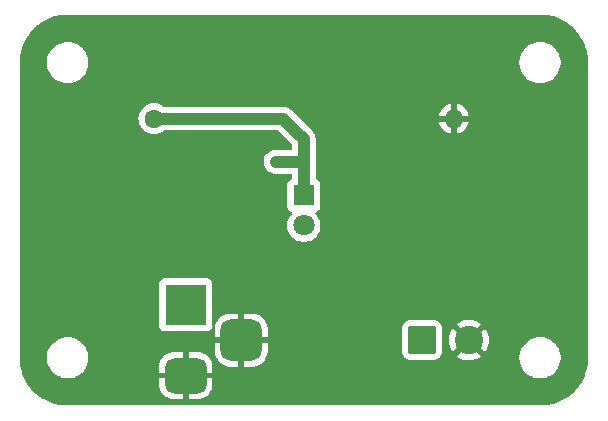
<source format=gbr>
%TF.GenerationSoftware,KiCad,Pcbnew,7.0.10*%
%TF.CreationDate,2024-03-02T17:11:43+01:00*%
%TF.ProjectId,explorer-light,6578706c-6f72-4657-922d-6c696768742e,rev?*%
%TF.SameCoordinates,Original*%
%TF.FileFunction,Copper,L2,Bot*%
%TF.FilePolarity,Positive*%
%FSLAX46Y46*%
G04 Gerber Fmt 4.6, Leading zero omitted, Abs format (unit mm)*
G04 Created by KiCad (PCBNEW 7.0.10) date 2024-03-02 17:11:43*
%MOMM*%
%LPD*%
G01*
G04 APERTURE LIST*
G04 Aperture macros list*
%AMRoundRect*
0 Rectangle with rounded corners*
0 $1 Rounding radius*
0 $2 $3 $4 $5 $6 $7 $8 $9 X,Y pos of 4 corners*
0 Add a 4 corners polygon primitive as box body*
4,1,4,$2,$3,$4,$5,$6,$7,$8,$9,$2,$3,0*
0 Add four circle primitives for the rounded corners*
1,1,$1+$1,$2,$3*
1,1,$1+$1,$4,$5*
1,1,$1+$1,$6,$7*
1,1,$1+$1,$8,$9*
0 Add four rect primitives between the rounded corners*
20,1,$1+$1,$2,$3,$4,$5,0*
20,1,$1+$1,$4,$5,$6,$7,0*
20,1,$1+$1,$6,$7,$8,$9,0*
20,1,$1+$1,$8,$9,$2,$3,0*%
G04 Aperture macros list end*
%TA.AperFunction,ComponentPad*%
%ADD10R,3.500000X3.500000*%
%TD*%
%TA.AperFunction,ComponentPad*%
%ADD11RoundRect,0.750000X1.000000X-0.750000X1.000000X0.750000X-1.000000X0.750000X-1.000000X-0.750000X0*%
%TD*%
%TA.AperFunction,ComponentPad*%
%ADD12RoundRect,0.875000X0.875000X-0.875000X0.875000X0.875000X-0.875000X0.875000X-0.875000X-0.875000X0*%
%TD*%
%TA.AperFunction,ComponentPad*%
%ADD13RoundRect,0.250001X-0.949999X-0.949999X0.949999X-0.949999X0.949999X0.949999X-0.949999X0.949999X0*%
%TD*%
%TA.AperFunction,ComponentPad*%
%ADD14C,2.400000*%
%TD*%
%TA.AperFunction,ComponentPad*%
%ADD15R,1.800000X1.800000*%
%TD*%
%TA.AperFunction,ComponentPad*%
%ADD16C,1.800000*%
%TD*%
%TA.AperFunction,ComponentPad*%
%ADD17C,1.600000*%
%TD*%
%TA.AperFunction,ComponentPad*%
%ADD18O,1.600000X1.600000*%
%TD*%
%TA.AperFunction,ViaPad*%
%ADD19C,0.800000*%
%TD*%
%TA.AperFunction,Conductor*%
%ADD20C,1.000000*%
%TD*%
G04 APERTURE END LIST*
D10*
%TO.P,J2,1,Pin_1*%
%TO.N,VCC*%
X103014800Y-75116800D03*
D11*
%TO.P,J2,2,Pin_2*%
%TO.N,GND*%
X103014800Y-81116800D03*
D12*
%TO.P,J2,3,Pin_3*%
X107714800Y-78116800D03*
%TD*%
D13*
%TO.P,J1,1,Pin_1*%
%TO.N,VCC*%
X123014800Y-78116800D03*
D14*
%TO.P,J1,2,Pin_2*%
%TO.N,GND*%
X126974800Y-78116800D03*
%TD*%
D15*
%TO.P,D2,1,K*%
%TO.N,Net-(D1-K)*%
X113014800Y-65866800D03*
D16*
%TO.P,D2,2,A*%
%TO.N,VCC*%
X113014800Y-68406800D03*
%TD*%
D17*
%TO.P,R1,1*%
%TO.N,Net-(D1-K)*%
X100314800Y-59366800D03*
D18*
%TO.P,R1,2*%
%TO.N,GND*%
X125714800Y-59366800D03*
%TD*%
D19*
%TO.N,Net-(D1-K)*%
X110614800Y-63016800D03*
%TD*%
D20*
%TO.N,Net-(D1-K)*%
X113014800Y-61116800D02*
X112389800Y-60491800D01*
X110614800Y-63016800D02*
X113014800Y-63016800D01*
X111264800Y-59366800D02*
X100314800Y-59366800D01*
X113014800Y-65866800D02*
X113014800Y-63016800D01*
X112389800Y-60491800D02*
X111264800Y-59366800D01*
X113014800Y-63016800D02*
X113014800Y-61116800D01*
%TD*%
%TA.AperFunction,Conductor*%
%TO.N,GND*%
G36*
X133721715Y-50618142D02*
G01*
X133774176Y-50625924D01*
X133784371Y-50627876D01*
X133967788Y-50671015D01*
X133969443Y-50671416D01*
X134150698Y-50716818D01*
X134159972Y-50719529D01*
X134339809Y-50779804D01*
X134341933Y-50780540D01*
X134516882Y-50843139D01*
X134525115Y-50846424D01*
X134699099Y-50923246D01*
X134701900Y-50924526D01*
X134869283Y-51003692D01*
X134876593Y-51007452D01*
X135043003Y-51100142D01*
X135046347Y-51102074D01*
X135204826Y-51197062D01*
X135211092Y-51201081D01*
X135368442Y-51308868D01*
X135372219Y-51311562D01*
X135520393Y-51421457D01*
X135525743Y-51425656D01*
X135672504Y-51547524D01*
X135676560Y-51551044D01*
X135813206Y-51674892D01*
X135817614Y-51679089D01*
X135952509Y-51813984D01*
X135956706Y-51818392D01*
X136080554Y-51955038D01*
X136084074Y-51959094D01*
X136205942Y-52105855D01*
X136210141Y-52111205D01*
X136320036Y-52259379D01*
X136322739Y-52263169D01*
X136430500Y-52420480D01*
X136434547Y-52426790D01*
X136529500Y-52585210D01*
X136531470Y-52588619D01*
X136624143Y-52754999D01*
X136627909Y-52762321D01*
X136707050Y-52929650D01*
X136708384Y-52932571D01*
X136785163Y-53106456D01*
X136788473Y-53114751D01*
X136851015Y-53289543D01*
X136851836Y-53291912D01*
X136912068Y-53471623D01*
X136914780Y-53480900D01*
X136960172Y-53662117D01*
X136960594Y-53663856D01*
X137003723Y-53847229D01*
X137005675Y-53857424D01*
X137033485Y-54044903D01*
X137033639Y-54045975D01*
X137034533Y-54052387D01*
X137035719Y-54068758D01*
X137078298Y-61093970D01*
X137078300Y-61094722D01*
X137078300Y-79613927D01*
X137078168Y-79619654D01*
X137070328Y-79789229D01*
X137070311Y-79789586D01*
X137060335Y-79992659D01*
X137059295Y-80003707D01*
X137033628Y-80187697D01*
X137033475Y-80188760D01*
X137005674Y-80376176D01*
X137003722Y-80386370D01*
X136960598Y-80569726D01*
X136960176Y-80571466D01*
X136914780Y-80752698D01*
X136912068Y-80761975D01*
X136851836Y-80941686D01*
X136851015Y-80944055D01*
X136788473Y-81118847D01*
X136785156Y-81127159D01*
X136708389Y-81301018D01*
X136707050Y-81303948D01*
X136627909Y-81471277D01*
X136624143Y-81478599D01*
X136531470Y-81644979D01*
X136529500Y-81648388D01*
X136434559Y-81806789D01*
X136430500Y-81813118D01*
X136322739Y-81970429D01*
X136320036Y-81974219D01*
X136210141Y-82122393D01*
X136205942Y-82127743D01*
X136084074Y-82274504D01*
X136080554Y-82278560D01*
X135956706Y-82415206D01*
X135952509Y-82419614D01*
X135817614Y-82554509D01*
X135813206Y-82558706D01*
X135676560Y-82682554D01*
X135672504Y-82686074D01*
X135525743Y-82807942D01*
X135520393Y-82812141D01*
X135372219Y-82922036D01*
X135368429Y-82924739D01*
X135211118Y-83032500D01*
X135204789Y-83036559D01*
X135046388Y-83131500D01*
X135042979Y-83133470D01*
X134876599Y-83226143D01*
X134869277Y-83229909D01*
X134701948Y-83309050D01*
X134699018Y-83310389D01*
X134525159Y-83387156D01*
X134516847Y-83390473D01*
X134342055Y-83453015D01*
X134339686Y-83453836D01*
X134159975Y-83514068D01*
X134150698Y-83516780D01*
X133969466Y-83562176D01*
X133967727Y-83562598D01*
X133784373Y-83605722D01*
X133774181Y-83607673D01*
X133721715Y-83615457D01*
X133703517Y-83616800D01*
X92326082Y-83616800D01*
X92307884Y-83615457D01*
X92255419Y-83607673D01*
X92245228Y-83605722D01*
X92061872Y-83562598D01*
X92060132Y-83562176D01*
X91878900Y-83516780D01*
X91869623Y-83514068D01*
X91689912Y-83453836D01*
X91687543Y-83453015D01*
X91512751Y-83390473D01*
X91504456Y-83387163D01*
X91330571Y-83310384D01*
X91327650Y-83309050D01*
X91160321Y-83229909D01*
X91152999Y-83226143D01*
X90986619Y-83133470D01*
X90983210Y-83131500D01*
X90958681Y-83116798D01*
X90824790Y-83036547D01*
X90818490Y-83032506D01*
X90661169Y-82924739D01*
X90657379Y-82922036D01*
X90509205Y-82812141D01*
X90503855Y-82807942D01*
X90357094Y-82686074D01*
X90353038Y-82682554D01*
X90216392Y-82558706D01*
X90211984Y-82554509D01*
X90077089Y-82419614D01*
X90072892Y-82415206D01*
X89949044Y-82278560D01*
X89945524Y-82274504D01*
X89823656Y-82127743D01*
X89819457Y-82122393D01*
X89709562Y-81974219D01*
X89706859Y-81970429D01*
X89599081Y-81813092D01*
X89595062Y-81806826D01*
X89500074Y-81648347D01*
X89498142Y-81645003D01*
X89405452Y-81478593D01*
X89401689Y-81471277D01*
X89322526Y-81303900D01*
X89321246Y-81301099D01*
X89244424Y-81127115D01*
X89241139Y-81118882D01*
X89178540Y-80943933D01*
X89177804Y-80941809D01*
X89117529Y-80761972D01*
X89114818Y-80752698D01*
X89069426Y-80571481D01*
X89069004Y-80569742D01*
X89063976Y-80548364D01*
X89025874Y-80386362D01*
X89023923Y-80376171D01*
X89022118Y-80364005D01*
X89016141Y-80323713D01*
X89014800Y-80305520D01*
X89014800Y-79747987D01*
X91264300Y-79747987D01*
X91274748Y-79817299D01*
X91303404Y-80007415D01*
X91303405Y-80007417D01*
X91303406Y-80007423D01*
X91380738Y-80258126D01*
X91494567Y-80494496D01*
X91494568Y-80494497D01*
X91494570Y-80494500D01*
X91494572Y-80494504D01*
X91588397Y-80632120D01*
X91642367Y-80711279D01*
X91820814Y-80903601D01*
X91820818Y-80903604D01*
X91820819Y-80903605D01*
X92025943Y-81067186D01*
X92253157Y-81198368D01*
X92497384Y-81294220D01*
X92753170Y-81352602D01*
X92753176Y-81352602D01*
X92753179Y-81352603D01*
X92949284Y-81367299D01*
X92949303Y-81367299D01*
X92949306Y-81367300D01*
X92949308Y-81367300D01*
X93080292Y-81367300D01*
X93080294Y-81367300D01*
X93080296Y-81367299D01*
X93080315Y-81367299D01*
X93276420Y-81352603D01*
X93276422Y-81352602D01*
X93276430Y-81352602D01*
X93532216Y-81294220D01*
X93776443Y-81198368D01*
X94003657Y-81067186D01*
X94208781Y-80903605D01*
X94242931Y-80866800D01*
X100764800Y-80866800D01*
X101581114Y-80866800D01*
X101555307Y-80906956D01*
X101514800Y-81044911D01*
X101514800Y-81188689D01*
X101555307Y-81326644D01*
X101581114Y-81366800D01*
X100764801Y-81366800D01*
X100764801Y-81930997D01*
X100775200Y-82063132D01*
X100830177Y-82281319D01*
X100923228Y-82486174D01*
X100923231Y-82486180D01*
X101051359Y-82671123D01*
X101051369Y-82671135D01*
X101210464Y-82830230D01*
X101210476Y-82830240D01*
X101395419Y-82958368D01*
X101395425Y-82958371D01*
X101600280Y-83051422D01*
X101818467Y-83106399D01*
X101950610Y-83116799D01*
X102764799Y-83116799D01*
X102764800Y-83116798D01*
X102764800Y-81616800D01*
X103264800Y-81616800D01*
X103264800Y-83116799D01*
X104078982Y-83116799D01*
X104078997Y-83116798D01*
X104211132Y-83106399D01*
X104429319Y-83051422D01*
X104634174Y-82958371D01*
X104634180Y-82958368D01*
X104819123Y-82830240D01*
X104819135Y-82830230D01*
X104978230Y-82671135D01*
X104978240Y-82671123D01*
X105106368Y-82486180D01*
X105106371Y-82486174D01*
X105199422Y-82281319D01*
X105254399Y-82063132D01*
X105264799Y-81930996D01*
X105264800Y-81930984D01*
X105264800Y-81366800D01*
X104448486Y-81366800D01*
X104474293Y-81326644D01*
X104514800Y-81188689D01*
X104514800Y-81044911D01*
X104474293Y-80906956D01*
X104448486Y-80866800D01*
X105264799Y-80866800D01*
X105264799Y-80302617D01*
X105264798Y-80302602D01*
X105254399Y-80170467D01*
X105199422Y-79952280D01*
X105106371Y-79747425D01*
X105106368Y-79747419D01*
X104978240Y-79562476D01*
X104978230Y-79562464D01*
X104819135Y-79403369D01*
X104819123Y-79403359D01*
X104634180Y-79275231D01*
X104634174Y-79275228D01*
X104429319Y-79182177D01*
X104211132Y-79127200D01*
X104078996Y-79116800D01*
X103264800Y-79116800D01*
X103264800Y-80616800D01*
X102764800Y-80616800D01*
X102764800Y-79116800D01*
X101950617Y-79116800D01*
X101950602Y-79116801D01*
X101818467Y-79127200D01*
X101600280Y-79182177D01*
X101395425Y-79275228D01*
X101395419Y-79275231D01*
X101210476Y-79403359D01*
X101210464Y-79403369D01*
X101051369Y-79562464D01*
X101051359Y-79562476D01*
X100923231Y-79747419D01*
X100923228Y-79747425D01*
X100830177Y-79952280D01*
X100775200Y-80170467D01*
X100764800Y-80302603D01*
X100764800Y-80866800D01*
X94242931Y-80866800D01*
X94387233Y-80711279D01*
X94535028Y-80494504D01*
X94648863Y-80258123D01*
X94726196Y-80007415D01*
X94765300Y-79747982D01*
X94765300Y-79485618D01*
X94726196Y-79226185D01*
X94648863Y-78975477D01*
X94591553Y-78856471D01*
X94535032Y-78739103D01*
X94535031Y-78739102D01*
X94535030Y-78739101D01*
X94535028Y-78739096D01*
X94387233Y-78522321D01*
X94339014Y-78470353D01*
X94208785Y-78329998D01*
X94048023Y-78201795D01*
X94003657Y-78166414D01*
X93776443Y-78035232D01*
X93532216Y-77939380D01*
X93532211Y-77939378D01*
X93532202Y-77939376D01*
X93314618Y-77889714D01*
X93276430Y-77880998D01*
X93276429Y-77880997D01*
X93276425Y-77880997D01*
X93276420Y-77880996D01*
X93080315Y-77866300D01*
X93080294Y-77866300D01*
X92949306Y-77866300D01*
X92949284Y-77866300D01*
X92753179Y-77880996D01*
X92753174Y-77880997D01*
X92497397Y-77939376D01*
X92497378Y-77939382D01*
X92253156Y-78035232D01*
X92025943Y-78166414D01*
X91820814Y-78329998D01*
X91642367Y-78522320D01*
X91494568Y-78739102D01*
X91494567Y-78739103D01*
X91380738Y-78975473D01*
X91303406Y-79226176D01*
X91303405Y-79226181D01*
X91303404Y-79226185D01*
X91288653Y-79324047D01*
X91264300Y-79485612D01*
X91264300Y-79747987D01*
X89014800Y-79747987D01*
X89014800Y-76914670D01*
X100764300Y-76914670D01*
X100764301Y-76914676D01*
X100770708Y-76974283D01*
X100821002Y-77109128D01*
X100821006Y-77109135D01*
X100907252Y-77224344D01*
X100907255Y-77224347D01*
X101022464Y-77310593D01*
X101022471Y-77310597D01*
X101157317Y-77360891D01*
X101157316Y-77360891D01*
X101164244Y-77361635D01*
X101216927Y-77367300D01*
X104812672Y-77367299D01*
X104872283Y-77360891D01*
X105007131Y-77310596D01*
X105122346Y-77224346D01*
X105208596Y-77109131D01*
X105226812Y-77060291D01*
X105268680Y-77004360D01*
X105334144Y-76979941D01*
X105402417Y-76994791D01*
X105451824Y-77044196D01*
X105466818Y-77110201D01*
X105464801Y-77148174D01*
X105464800Y-77148221D01*
X105464800Y-77866800D01*
X107214800Y-77866800D01*
X107214800Y-78366800D01*
X105464801Y-78366800D01*
X105464801Y-79085388D01*
X105467594Y-79137991D01*
X105512037Y-79367787D01*
X105594679Y-79586775D01*
X105713139Y-79788641D01*
X105713144Y-79788648D01*
X105864011Y-79967586D01*
X105864013Y-79967588D01*
X106042951Y-80118455D01*
X106042958Y-80118460D01*
X106244824Y-80236920D01*
X106463812Y-80319562D01*
X106693609Y-80364005D01*
X106746182Y-80366798D01*
X106746221Y-80366799D01*
X107464799Y-80366799D01*
X107464800Y-80366798D01*
X107464800Y-79550486D01*
X107504956Y-79576293D01*
X107642911Y-79616800D01*
X107786689Y-79616800D01*
X107924644Y-79576293D01*
X107964800Y-79550486D01*
X107964800Y-80366799D01*
X108683376Y-80366799D01*
X108683388Y-80366798D01*
X108735991Y-80364005D01*
X108965787Y-80319562D01*
X109184775Y-80236920D01*
X109386641Y-80118460D01*
X109386648Y-80118455D01*
X109565586Y-79967588D01*
X109565588Y-79967586D01*
X109716455Y-79788648D01*
X109716460Y-79788641D01*
X109834920Y-79586775D01*
X109917562Y-79367787D01*
X109962005Y-79137991D01*
X109962005Y-79137990D01*
X109963130Y-79116815D01*
X121314300Y-79116815D01*
X121324800Y-79219595D01*
X121324801Y-79219596D01*
X121379986Y-79386135D01*
X121379987Y-79386137D01*
X121472086Y-79535451D01*
X121472089Y-79535455D01*
X121596144Y-79659510D01*
X121596148Y-79659513D01*
X121745462Y-79751612D01*
X121745464Y-79751613D01*
X121745466Y-79751614D01*
X121912003Y-79806799D01*
X122014792Y-79817300D01*
X122014797Y-79817300D01*
X124014803Y-79817300D01*
X124014808Y-79817300D01*
X124117597Y-79806799D01*
X124284134Y-79751614D01*
X124433455Y-79659511D01*
X124557511Y-79535455D01*
X124649614Y-79386134D01*
X124704799Y-79219597D01*
X124715300Y-79116808D01*
X124715300Y-78116804D01*
X125270033Y-78116804D01*
X125289073Y-78370879D01*
X125345768Y-78619277D01*
X125345773Y-78619294D01*
X125438858Y-78856471D01*
X125438857Y-78856471D01*
X125566254Y-79077127D01*
X125566261Y-79077138D01*
X125608252Y-79129791D01*
X125608253Y-79129792D01*
X126334659Y-78403386D01*
X126394480Y-78517366D01*
X126507205Y-78644606D01*
X126647105Y-78741171D01*
X126688342Y-78756810D01*
X125961613Y-79483538D01*
X126122416Y-79593171D01*
X126122424Y-79593176D01*
X126351976Y-79703721D01*
X126351974Y-79703721D01*
X126595452Y-79778824D01*
X126595458Y-79778826D01*
X126847395Y-79816799D01*
X126847404Y-79816800D01*
X127102196Y-79816800D01*
X127102204Y-79816799D01*
X127354141Y-79778826D01*
X127354147Y-79778824D01*
X127454118Y-79747987D01*
X131264300Y-79747987D01*
X131274748Y-79817299D01*
X131303404Y-80007415D01*
X131303405Y-80007417D01*
X131303406Y-80007423D01*
X131380738Y-80258126D01*
X131494567Y-80494496D01*
X131494568Y-80494497D01*
X131494570Y-80494500D01*
X131494572Y-80494504D01*
X131588397Y-80632120D01*
X131642367Y-80711279D01*
X131820814Y-80903601D01*
X131820818Y-80903604D01*
X131820819Y-80903605D01*
X132025943Y-81067186D01*
X132253157Y-81198368D01*
X132497384Y-81294220D01*
X132753170Y-81352602D01*
X132753176Y-81352602D01*
X132753179Y-81352603D01*
X132949284Y-81367299D01*
X132949303Y-81367299D01*
X132949306Y-81367300D01*
X132949308Y-81367300D01*
X133080292Y-81367300D01*
X133080294Y-81367300D01*
X133080296Y-81367299D01*
X133080315Y-81367299D01*
X133276420Y-81352603D01*
X133276422Y-81352602D01*
X133276430Y-81352602D01*
X133532216Y-81294220D01*
X133776443Y-81198368D01*
X134003657Y-81067186D01*
X134208781Y-80903605D01*
X134387233Y-80711279D01*
X134535028Y-80494504D01*
X134648863Y-80258123D01*
X134726196Y-80007415D01*
X134765300Y-79747982D01*
X134765300Y-79485618D01*
X134726196Y-79226185D01*
X134648863Y-78975477D01*
X134591553Y-78856471D01*
X134535032Y-78739103D01*
X134535031Y-78739102D01*
X134535030Y-78739101D01*
X134535028Y-78739096D01*
X134387233Y-78522321D01*
X134339014Y-78470353D01*
X134208785Y-78329998D01*
X134048023Y-78201795D01*
X134003657Y-78166414D01*
X133776443Y-78035232D01*
X133532216Y-77939380D01*
X133532211Y-77939378D01*
X133532202Y-77939376D01*
X133314618Y-77889714D01*
X133276430Y-77880998D01*
X133276429Y-77880997D01*
X133276425Y-77880997D01*
X133276420Y-77880996D01*
X133080315Y-77866300D01*
X133080294Y-77866300D01*
X132949306Y-77866300D01*
X132949284Y-77866300D01*
X132753179Y-77880996D01*
X132753174Y-77880997D01*
X132497397Y-77939376D01*
X132497378Y-77939382D01*
X132253156Y-78035232D01*
X132025943Y-78166414D01*
X131820814Y-78329998D01*
X131642367Y-78522320D01*
X131494568Y-78739102D01*
X131494567Y-78739103D01*
X131380738Y-78975473D01*
X131303406Y-79226176D01*
X131303405Y-79226181D01*
X131303404Y-79226185D01*
X131288653Y-79324047D01*
X131264300Y-79485612D01*
X131264300Y-79747987D01*
X127454118Y-79747987D01*
X127597624Y-79703721D01*
X127827176Y-79593176D01*
X127827177Y-79593175D01*
X127987985Y-79483538D01*
X127261257Y-78756810D01*
X127302495Y-78741171D01*
X127442395Y-78644606D01*
X127555120Y-78517366D01*
X127614939Y-78403387D01*
X128341344Y-79129792D01*
X128341346Y-79129791D01*
X128383344Y-79077130D01*
X128510741Y-78856471D01*
X128603826Y-78619294D01*
X128603831Y-78619277D01*
X128660526Y-78370879D01*
X128679567Y-78116804D01*
X128679567Y-78116795D01*
X128660526Y-77862720D01*
X128603831Y-77614322D01*
X128603826Y-77614305D01*
X128510741Y-77377128D01*
X128510742Y-77377128D01*
X128383345Y-77156472D01*
X128341345Y-77103806D01*
X127614939Y-77830212D01*
X127555120Y-77716234D01*
X127442395Y-77588994D01*
X127302495Y-77492429D01*
X127261257Y-77476789D01*
X127987985Y-76750060D01*
X127827184Y-76640428D01*
X127827176Y-76640423D01*
X127597623Y-76529878D01*
X127597625Y-76529878D01*
X127354147Y-76454775D01*
X127354141Y-76454773D01*
X127102204Y-76416800D01*
X126847395Y-76416800D01*
X126595458Y-76454773D01*
X126595452Y-76454775D01*
X126351975Y-76529878D01*
X126122422Y-76640425D01*
X126122409Y-76640432D01*
X125961613Y-76750059D01*
X126688343Y-77476789D01*
X126647105Y-77492429D01*
X126507205Y-77588994D01*
X126394480Y-77716234D01*
X126334659Y-77830213D01*
X125608252Y-77103806D01*
X125566257Y-77156467D01*
X125438858Y-77377128D01*
X125345773Y-77614305D01*
X125345768Y-77614322D01*
X125289073Y-77862720D01*
X125270033Y-78116795D01*
X125270033Y-78116804D01*
X124715300Y-78116804D01*
X124715300Y-77116792D01*
X124704799Y-77014003D01*
X124649614Y-76847466D01*
X124647291Y-76843700D01*
X124557513Y-76698148D01*
X124557510Y-76698144D01*
X124433455Y-76574089D01*
X124433451Y-76574086D01*
X124284137Y-76481987D01*
X124284135Y-76481986D01*
X124172370Y-76444951D01*
X124117597Y-76426801D01*
X124117595Y-76426800D01*
X124014815Y-76416300D01*
X124014808Y-76416300D01*
X122014792Y-76416300D01*
X122014784Y-76416300D01*
X121912004Y-76426800D01*
X121912003Y-76426801D01*
X121745464Y-76481986D01*
X121745462Y-76481987D01*
X121596148Y-76574086D01*
X121596144Y-76574089D01*
X121472089Y-76698144D01*
X121472086Y-76698148D01*
X121379987Y-76847462D01*
X121379986Y-76847464D01*
X121324801Y-77014003D01*
X121324800Y-77014004D01*
X121314300Y-77116784D01*
X121314300Y-79116815D01*
X109963130Y-79116815D01*
X109964798Y-79085417D01*
X109964800Y-79085378D01*
X109964800Y-78366800D01*
X108214800Y-78366800D01*
X108214800Y-77866800D01*
X109964799Y-77866800D01*
X109964799Y-77148223D01*
X109964798Y-77148211D01*
X109962005Y-77095608D01*
X109917562Y-76865812D01*
X109834920Y-76646824D01*
X109716460Y-76444958D01*
X109716455Y-76444951D01*
X109565588Y-76266013D01*
X109565586Y-76266011D01*
X109386648Y-76115144D01*
X109386641Y-76115139D01*
X109184775Y-75996679D01*
X108965787Y-75914037D01*
X108735990Y-75869594D01*
X108683417Y-75866801D01*
X108683379Y-75866800D01*
X107964800Y-75866800D01*
X107964800Y-76683113D01*
X107924644Y-76657307D01*
X107786689Y-76616800D01*
X107642911Y-76616800D01*
X107504956Y-76657307D01*
X107464800Y-76683113D01*
X107464800Y-75866800D01*
X106746223Y-75866800D01*
X106746211Y-75866801D01*
X106693608Y-75869594D01*
X106463812Y-75914037D01*
X106244824Y-75996679D01*
X106042958Y-76115139D01*
X106042951Y-76115144D01*
X105864013Y-76266011D01*
X105864011Y-76266013D01*
X105713144Y-76444951D01*
X105713139Y-76444958D01*
X105594679Y-76646824D01*
X105512036Y-76865814D01*
X105511041Y-76870961D01*
X105478979Y-76933040D01*
X105418444Y-76967930D01*
X105348656Y-76964554D01*
X105291772Y-76923984D01*
X105265852Y-76859100D01*
X105265299Y-76847424D01*
X105265299Y-73318928D01*
X105258891Y-73259317D01*
X105208596Y-73124469D01*
X105208595Y-73124468D01*
X105208593Y-73124464D01*
X105122347Y-73009255D01*
X105122344Y-73009252D01*
X105007135Y-72923006D01*
X105007128Y-72923002D01*
X104872282Y-72872708D01*
X104872283Y-72872708D01*
X104812683Y-72866301D01*
X104812681Y-72866300D01*
X104812673Y-72866300D01*
X104812664Y-72866300D01*
X101216929Y-72866300D01*
X101216923Y-72866301D01*
X101157316Y-72872708D01*
X101022471Y-72923002D01*
X101022464Y-72923006D01*
X100907255Y-73009252D01*
X100907252Y-73009255D01*
X100821006Y-73124464D01*
X100821002Y-73124471D01*
X100770708Y-73259317D01*
X100764301Y-73318916D01*
X100764301Y-73318923D01*
X100764300Y-73318935D01*
X100764300Y-76914670D01*
X89014800Y-76914670D01*
X89014800Y-59366801D01*
X99009332Y-59366801D01*
X99029164Y-59593486D01*
X99029166Y-59593497D01*
X99088058Y-59813288D01*
X99088061Y-59813297D01*
X99184231Y-60019532D01*
X99184232Y-60019534D01*
X99314754Y-60205941D01*
X99475658Y-60366845D01*
X99475661Y-60366847D01*
X99662066Y-60497368D01*
X99868304Y-60593539D01*
X99868309Y-60593540D01*
X99868311Y-60593541D01*
X99921215Y-60607716D01*
X100088108Y-60652435D01*
X100250030Y-60666601D01*
X100314798Y-60672268D01*
X100314800Y-60672268D01*
X100314802Y-60672268D01*
X100371473Y-60667309D01*
X100541492Y-60652435D01*
X100761296Y-60593539D01*
X100967534Y-60497368D01*
X101121265Y-60389724D01*
X101187471Y-60367398D01*
X101192388Y-60367300D01*
X110799017Y-60367300D01*
X110866056Y-60386985D01*
X110886698Y-60403619D01*
X111977981Y-61494902D01*
X112011466Y-61556225D01*
X112014300Y-61582583D01*
X112014300Y-61892300D01*
X111994615Y-61959339D01*
X111941811Y-62005094D01*
X111890300Y-62016300D01*
X110564057Y-62016300D01*
X110412360Y-62031725D01*
X110218220Y-62092637D01*
X110218205Y-62092644D01*
X110040300Y-62191389D01*
X110040295Y-62191392D01*
X109885906Y-62323932D01*
X109885904Y-62323934D01*
X109761354Y-62484837D01*
X109761353Y-62484840D01*
X109671740Y-62667528D01*
X109620737Y-62864514D01*
X109610431Y-63067736D01*
X109641242Y-63268863D01*
X109641245Y-63268875D01*
X109711911Y-63459681D01*
X109711915Y-63459688D01*
X109819545Y-63632367D01*
X109819547Y-63632369D01*
X109819548Y-63632371D01*
X109959741Y-63779853D01*
X110088144Y-63869224D01*
X110126749Y-63896094D01*
X110126750Y-63896094D01*
X110126751Y-63896095D01*
X110313742Y-63976340D01*
X110513059Y-64017300D01*
X111890300Y-64017300D01*
X111957339Y-64036985D01*
X112003094Y-64089789D01*
X112014300Y-64141300D01*
X112014300Y-64384009D01*
X111994615Y-64451048D01*
X111941811Y-64496803D01*
X111933633Y-64500191D01*
X111872471Y-64523002D01*
X111872464Y-64523006D01*
X111757255Y-64609252D01*
X111757252Y-64609255D01*
X111671006Y-64724464D01*
X111671002Y-64724471D01*
X111620708Y-64859317D01*
X111614301Y-64918916D01*
X111614301Y-64918923D01*
X111614300Y-64918935D01*
X111614300Y-66814670D01*
X111614301Y-66814676D01*
X111620708Y-66874283D01*
X111671002Y-67009128D01*
X111671006Y-67009135D01*
X111757252Y-67124344D01*
X111757255Y-67124347D01*
X111872464Y-67210593D01*
X111872473Y-67210598D01*
X111952704Y-67240522D01*
X112008638Y-67282393D01*
X112033056Y-67347857D01*
X112018205Y-67416130D01*
X112000602Y-67440686D01*
X111905819Y-67543649D01*
X111778875Y-67737951D01*
X111685642Y-67950499D01*
X111628666Y-68175491D01*
X111628664Y-68175502D01*
X111609500Y-68406793D01*
X111609500Y-68406806D01*
X111628664Y-68638097D01*
X111628666Y-68638108D01*
X111685642Y-68863100D01*
X111778875Y-69075648D01*
X111905816Y-69269947D01*
X111905819Y-69269951D01*
X111905821Y-69269953D01*
X112063016Y-69440713D01*
X112063019Y-69440715D01*
X112063022Y-69440718D01*
X112246165Y-69583264D01*
X112246171Y-69583268D01*
X112246174Y-69583270D01*
X112450297Y-69693736D01*
X112564287Y-69732868D01*
X112669815Y-69769097D01*
X112669817Y-69769097D01*
X112669819Y-69769098D01*
X112898751Y-69807300D01*
X112898752Y-69807300D01*
X113130848Y-69807300D01*
X113130849Y-69807300D01*
X113359781Y-69769098D01*
X113579303Y-69693736D01*
X113783426Y-69583270D01*
X113966584Y-69440713D01*
X114123779Y-69269953D01*
X114250724Y-69075649D01*
X114343957Y-68863100D01*
X114400934Y-68638105D01*
X114420100Y-68406800D01*
X114420100Y-68406793D01*
X114400935Y-68175502D01*
X114400933Y-68175491D01*
X114343957Y-67950499D01*
X114250724Y-67737951D01*
X114123783Y-67543652D01*
X114123780Y-67543649D01*
X114123779Y-67543647D01*
X114028995Y-67440684D01*
X113998075Y-67378032D01*
X114005935Y-67308606D01*
X114050083Y-67254451D01*
X114076895Y-67240522D01*
X114157126Y-67210598D01*
X114157126Y-67210597D01*
X114157131Y-67210596D01*
X114272346Y-67124346D01*
X114358596Y-67009131D01*
X114408891Y-66874283D01*
X114415300Y-66814673D01*
X114415299Y-64918928D01*
X114408891Y-64859317D01*
X114358596Y-64724469D01*
X114358595Y-64724468D01*
X114358593Y-64724464D01*
X114272347Y-64609255D01*
X114272344Y-64609252D01*
X114157135Y-64523006D01*
X114157128Y-64523002D01*
X114095967Y-64500191D01*
X114040033Y-64458320D01*
X114015616Y-64392856D01*
X114015300Y-64384009D01*
X114015300Y-63045299D01*
X114015459Y-63039019D01*
X114019169Y-62965864D01*
X114016730Y-62949942D01*
X114015300Y-62931166D01*
X114015300Y-61131037D01*
X114015340Y-61127895D01*
X114017556Y-61040442D01*
X114017555Y-61040441D01*
X114017556Y-61040436D01*
X114007145Y-60982354D01*
X114005842Y-60973060D01*
X113999874Y-60914362D01*
X113998196Y-60909014D01*
X113990767Y-60885336D01*
X113987024Y-60870087D01*
X113981658Y-60840148D01*
X113959776Y-60785367D01*
X113956622Y-60776509D01*
X113938959Y-60720212D01*
X113938958Y-60720211D01*
X113938957Y-60720206D01*
X113924196Y-60693614D01*
X113917459Y-60679429D01*
X113906178Y-60651185D01*
X113906175Y-60651180D01*
X113873718Y-60601931D01*
X113868836Y-60593874D01*
X113868650Y-60593539D01*
X113840209Y-60542298D01*
X113820388Y-60519210D01*
X113810944Y-60506685D01*
X113794202Y-60481281D01*
X113752499Y-60439578D01*
X113746094Y-60432668D01*
X113707667Y-60387906D01*
X113683604Y-60369279D01*
X113671827Y-60358906D01*
X113176272Y-59863352D01*
X113176270Y-59863349D01*
X112429719Y-59116799D01*
X124435927Y-59116799D01*
X124435928Y-59116800D01*
X125399114Y-59116800D01*
X125387159Y-59128755D01*
X125329635Y-59241652D01*
X125309814Y-59366800D01*
X125329635Y-59491948D01*
X125387159Y-59604845D01*
X125399114Y-59616800D01*
X124435928Y-59616800D01*
X124488530Y-59813117D01*
X124488534Y-59813126D01*
X124584665Y-60019282D01*
X124715142Y-60205620D01*
X124875979Y-60366457D01*
X125062317Y-60496934D01*
X125268473Y-60593065D01*
X125268482Y-60593069D01*
X125464799Y-60645672D01*
X125464800Y-60645671D01*
X125464800Y-59682486D01*
X125476755Y-59694441D01*
X125589652Y-59751965D01*
X125683319Y-59766800D01*
X125746281Y-59766800D01*
X125839948Y-59751965D01*
X125952845Y-59694441D01*
X125964800Y-59682486D01*
X125964800Y-60645672D01*
X126161117Y-60593069D01*
X126161126Y-60593065D01*
X126367282Y-60496934D01*
X126553620Y-60366457D01*
X126714457Y-60205620D01*
X126844934Y-60019282D01*
X126941065Y-59813126D01*
X126941069Y-59813117D01*
X126993672Y-59616800D01*
X126030486Y-59616800D01*
X126042441Y-59604845D01*
X126099965Y-59491948D01*
X126119786Y-59366800D01*
X126099965Y-59241652D01*
X126042441Y-59128755D01*
X126030486Y-59116800D01*
X126993672Y-59116800D01*
X126993672Y-59116799D01*
X126941069Y-58920482D01*
X126941065Y-58920473D01*
X126844934Y-58714317D01*
X126714457Y-58527979D01*
X126553620Y-58367142D01*
X126367282Y-58236665D01*
X126161128Y-58140534D01*
X125964800Y-58087927D01*
X125964800Y-59051114D01*
X125952845Y-59039159D01*
X125839948Y-58981635D01*
X125746281Y-58966800D01*
X125683319Y-58966800D01*
X125589652Y-58981635D01*
X125476755Y-59039159D01*
X125464800Y-59051114D01*
X125464800Y-58087927D01*
X125268471Y-58140534D01*
X125062317Y-58236665D01*
X124875979Y-58367142D01*
X124715142Y-58527979D01*
X124584665Y-58714317D01*
X124488534Y-58920473D01*
X124488530Y-58920482D01*
X124435927Y-59116799D01*
X112429719Y-59116799D01*
X111982366Y-58669446D01*
X111980173Y-58667197D01*
X111919861Y-58603749D01*
X111919860Y-58603748D01*
X111919859Y-58603747D01*
X111871440Y-58570046D01*
X111863920Y-58564375D01*
X111818213Y-58527105D01*
X111818206Y-58527101D01*
X111791241Y-58513016D01*
X111777826Y-58504889D01*
X111752849Y-58487505D01*
X111752846Y-58487503D01*
X111752845Y-58487503D01*
X111752841Y-58487501D01*
X111698645Y-58464243D01*
X111690136Y-58460202D01*
X111637857Y-58432894D01*
X111637846Y-58432890D01*
X111608606Y-58424523D01*
X111593821Y-58419259D01*
X111565858Y-58407259D01*
X111508073Y-58395383D01*
X111498927Y-58393138D01*
X111442223Y-58376913D01*
X111418499Y-58375106D01*
X111411872Y-58374601D01*
X111396333Y-58372422D01*
X111366542Y-58366300D01*
X111366541Y-58366300D01*
X111307559Y-58366300D01*
X111298144Y-58365942D01*
X111295443Y-58365736D01*
X111239324Y-58361462D01*
X111209149Y-58365306D01*
X111193482Y-58366300D01*
X101192388Y-58366300D01*
X101125349Y-58346615D01*
X101121265Y-58343875D01*
X100967534Y-58236232D01*
X100967532Y-58236231D01*
X100761297Y-58140061D01*
X100761288Y-58140058D01*
X100541497Y-58081166D01*
X100541493Y-58081165D01*
X100541492Y-58081165D01*
X100541491Y-58081164D01*
X100541486Y-58081164D01*
X100314802Y-58061332D01*
X100314798Y-58061332D01*
X100088113Y-58081164D01*
X100088102Y-58081166D01*
X99868311Y-58140058D01*
X99868302Y-58140061D01*
X99662067Y-58236231D01*
X99662065Y-58236232D01*
X99475658Y-58366754D01*
X99314754Y-58527658D01*
X99184232Y-58714065D01*
X99184231Y-58714067D01*
X99088061Y-58920302D01*
X99088058Y-58920311D01*
X99029166Y-59140102D01*
X99029164Y-59140113D01*
X99009332Y-59366798D01*
X99009332Y-59366801D01*
X89014800Y-59366801D01*
X89014800Y-54747987D01*
X91264300Y-54747987D01*
X91284594Y-54882623D01*
X91303404Y-55007415D01*
X91303405Y-55007417D01*
X91303406Y-55007423D01*
X91380738Y-55258126D01*
X91494567Y-55494496D01*
X91494568Y-55494497D01*
X91494570Y-55494500D01*
X91494572Y-55494504D01*
X91642367Y-55711279D01*
X91820814Y-55903601D01*
X91820818Y-55903604D01*
X91820819Y-55903605D01*
X92025943Y-56067186D01*
X92253157Y-56198368D01*
X92497384Y-56294220D01*
X92753170Y-56352602D01*
X92753176Y-56352602D01*
X92753179Y-56352603D01*
X92949284Y-56367299D01*
X92949303Y-56367299D01*
X92949306Y-56367300D01*
X92949308Y-56367300D01*
X93080292Y-56367300D01*
X93080294Y-56367300D01*
X93080296Y-56367299D01*
X93080315Y-56367299D01*
X93276420Y-56352603D01*
X93276422Y-56352602D01*
X93276430Y-56352602D01*
X93532216Y-56294220D01*
X93776443Y-56198368D01*
X94003657Y-56067186D01*
X94208781Y-55903605D01*
X94387233Y-55711279D01*
X94535028Y-55494504D01*
X94648863Y-55258123D01*
X94726196Y-55007415D01*
X94765299Y-54747987D01*
X131264300Y-54747987D01*
X131284594Y-54882623D01*
X131303404Y-55007415D01*
X131303405Y-55007417D01*
X131303406Y-55007423D01*
X131380738Y-55258126D01*
X131494567Y-55494496D01*
X131494568Y-55494497D01*
X131494570Y-55494500D01*
X131494572Y-55494504D01*
X131642367Y-55711279D01*
X131820814Y-55903601D01*
X131820818Y-55903604D01*
X131820819Y-55903605D01*
X132025943Y-56067186D01*
X132253157Y-56198368D01*
X132497384Y-56294220D01*
X132753170Y-56352602D01*
X132753176Y-56352602D01*
X132753179Y-56352603D01*
X132949284Y-56367299D01*
X132949303Y-56367299D01*
X132949306Y-56367300D01*
X132949308Y-56367300D01*
X133080292Y-56367300D01*
X133080294Y-56367300D01*
X133080296Y-56367299D01*
X133080315Y-56367299D01*
X133276420Y-56352603D01*
X133276422Y-56352602D01*
X133276430Y-56352602D01*
X133532216Y-56294220D01*
X133776443Y-56198368D01*
X134003657Y-56067186D01*
X134208781Y-55903605D01*
X134387233Y-55711279D01*
X134535028Y-55494504D01*
X134648863Y-55258123D01*
X134726196Y-55007415D01*
X134765300Y-54747982D01*
X134765300Y-54485618D01*
X134726196Y-54226185D01*
X134648863Y-53975477D01*
X134592012Y-53857424D01*
X134535032Y-53739103D01*
X134535031Y-53739102D01*
X134535030Y-53739101D01*
X134535028Y-53739096D01*
X134387233Y-53522321D01*
X134348788Y-53480887D01*
X134208785Y-53329998D01*
X134158056Y-53289543D01*
X134003657Y-53166414D01*
X133776443Y-53035232D01*
X133532216Y-52939380D01*
X133532211Y-52939378D01*
X133532202Y-52939376D01*
X133314618Y-52889714D01*
X133276430Y-52880998D01*
X133276429Y-52880997D01*
X133276425Y-52880997D01*
X133276420Y-52880996D01*
X133080315Y-52866300D01*
X133080294Y-52866300D01*
X132949306Y-52866300D01*
X132949284Y-52866300D01*
X132753179Y-52880996D01*
X132753174Y-52880997D01*
X132497397Y-52939376D01*
X132497378Y-52939382D01*
X132253156Y-53035232D01*
X132025943Y-53166414D01*
X131820814Y-53329998D01*
X131642367Y-53522320D01*
X131494568Y-53739102D01*
X131494567Y-53739103D01*
X131380738Y-53975473D01*
X131303406Y-54226176D01*
X131303405Y-54226181D01*
X131303404Y-54226185D01*
X131288653Y-54324047D01*
X131264300Y-54485612D01*
X131264300Y-54747987D01*
X94765299Y-54747987D01*
X94765300Y-54747982D01*
X94765300Y-54485618D01*
X94726196Y-54226185D01*
X94648863Y-53975477D01*
X94592012Y-53857424D01*
X94535032Y-53739103D01*
X94535031Y-53739102D01*
X94535030Y-53739101D01*
X94535028Y-53739096D01*
X94387233Y-53522321D01*
X94348788Y-53480887D01*
X94208785Y-53329998D01*
X94158056Y-53289543D01*
X94003657Y-53166414D01*
X93776443Y-53035232D01*
X93532216Y-52939380D01*
X93532211Y-52939378D01*
X93532202Y-52939376D01*
X93314618Y-52889714D01*
X93276430Y-52880998D01*
X93276429Y-52880997D01*
X93276425Y-52880997D01*
X93276420Y-52880996D01*
X93080315Y-52866300D01*
X93080294Y-52866300D01*
X92949306Y-52866300D01*
X92949284Y-52866300D01*
X92753179Y-52880996D01*
X92753174Y-52880997D01*
X92497397Y-52939376D01*
X92497378Y-52939382D01*
X92253156Y-53035232D01*
X92025943Y-53166414D01*
X91820814Y-53329998D01*
X91642367Y-53522320D01*
X91494568Y-53739102D01*
X91494567Y-53739103D01*
X91380738Y-53975473D01*
X91303406Y-54226176D01*
X91303405Y-54226181D01*
X91303404Y-54226185D01*
X91288653Y-54324047D01*
X91264300Y-54485612D01*
X91264300Y-54747987D01*
X89014800Y-54747987D01*
X89014800Y-53928080D01*
X89016142Y-53909886D01*
X89023924Y-53857423D01*
X89025876Y-53847228D01*
X89069031Y-53663743D01*
X89069401Y-53662217D01*
X89114821Y-53480887D01*
X89117524Y-53471641D01*
X89177826Y-53291726D01*
X89178518Y-53289728D01*
X89241145Y-53114698D01*
X89244416Y-53106503D01*
X89321273Y-52932439D01*
X89322499Y-52929756D01*
X89401704Y-52762291D01*
X89405438Y-52755030D01*
X89498173Y-52588540D01*
X89500042Y-52585306D01*
X89595081Y-52426743D01*
X89599061Y-52420536D01*
X89706904Y-52263105D01*
X89709516Y-52259442D01*
X89819466Y-52111192D01*
X89823645Y-52105867D01*
X89945556Y-51959056D01*
X89949009Y-51955077D01*
X90072930Y-51818351D01*
X90077049Y-51814025D01*
X90212025Y-51679049D01*
X90216351Y-51674930D01*
X90353077Y-51551009D01*
X90357056Y-51547556D01*
X90503867Y-51425645D01*
X90509192Y-51421466D01*
X90657442Y-51311516D01*
X90661105Y-51308904D01*
X90818536Y-51201061D01*
X90824743Y-51197081D01*
X90983306Y-51102042D01*
X90986540Y-51100173D01*
X91153030Y-51007438D01*
X91160291Y-51003704D01*
X91327756Y-50924499D01*
X91330439Y-50923273D01*
X91504503Y-50846416D01*
X91512698Y-50843145D01*
X91687728Y-50780518D01*
X91689726Y-50779826D01*
X91869641Y-50719524D01*
X91878887Y-50716821D01*
X92060217Y-50671401D01*
X92061743Y-50671031D01*
X92245236Y-50627874D01*
X92255420Y-50625924D01*
X92280782Y-50622162D01*
X92307886Y-50618142D01*
X92326080Y-50616800D01*
X133703520Y-50616800D01*
X133721715Y-50618142D01*
G37*
%TD.AperFunction*%
%TD*%
M02*

</source>
